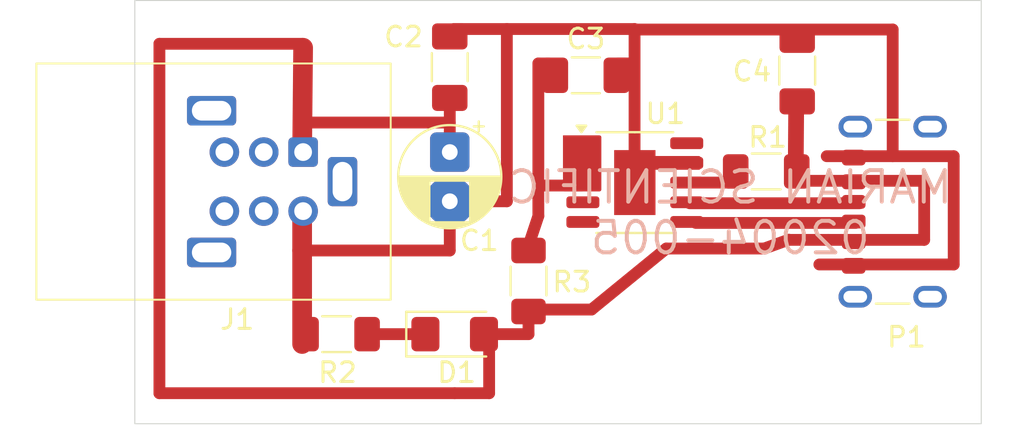
<source format=kicad_pcb>
(kicad_pcb (version 20241229) (generator "pcbnew") (generator_version "9.0")
  (layers (0 "F.Cu" signal) (2 "B.Cu" signal) (13 "F.Paste" user) (15 "B.Paste" user) (5 "F.SilkS" user "F.Silkscreen") (7 "B.SilkS" user "B.Silkscreen") (1 "F.Mask" user) (3 "B.Mask" user) (25 "Edge.Cuts" user))
  (net 0 "")
  (net 1 "Net-(D1-A)")
  (net 2 "GND")
  (net 3 "Net-(U1-VDD)")
  (net 4 "Net-(D1-K)")
  (net 13 "Net-(P1-CC)")
  (net 14 "Net-(U1-CFG1)")
  (net 15 "Net-(U1-VBUS)")
  (footprint "LED_SMD:LED_1206_3216Metric_Pad1.42x1.75mm_HandSolder" (layer "F.Cu") (at 66.75 51.25)
    (property "Reference" "D1" (at 0.1 1.95 0) (layer "F.SilkS"))
    (property "Value" "LED")
    (fp_line (start -2.46 -1.135) (end -2.46 1.135) (stroke (width 0.12)) (layer "F.SilkS"))
    (fp_line (start -2.46 1.135) (end 1.6 1.135) (stroke (width 0.12)) (layer "F.SilkS"))
    (fp_line (start 1.6 -1.135) (end -2.46 -1.135) (stroke (width 0.12)) (layer "F.SilkS"))
    (pad "1" smd roundrect (at -1.4875 0) (size 1.425 1.75) (layers "F.Cu" "F.Mask" "F.Paste") (roundrect_rratio 0.175439) (net 4 "Net-(D1-K)"))
    (pad "2" smd roundrect (at 1.4875 0) (size 1.425 1.75) (layers "F.Cu" "F.Mask" "F.Paste") (roundrect_rratio 0.175439) (net 1 "Net-(D1-A)"))
  )
  (footprint "Capacitor_SMD:C_1206_3216Metric_Pad1.33x1.80mm_HandSolder" (layer "F.Cu") (at 84.15 37.8625 90)
    (property "Reference" "C4" (at -0.0375 -2.3 180) (layer "F.SilkS"))
    (property "Value" "10uF")
    (fp_line (start -0.711252 -0.91) (end 0.711252 -0.91) (stroke (width 0.12)) (layer "F.SilkS"))
    (fp_line (start -0.711252 0.91) (end 0.711252 0.91) (stroke (width 0.12)) (layer "F.SilkS"))
    (pad "1" smd roundrect (at -1.5625 0 90) (size 1.325 1.8) (layers "F.Cu" "F.Mask" "F.Paste") (roundrect_rratio 0.188679) (net 1 "Net-(D1-A)"))
    (pad "2" smd roundrect (at 1.5625 0 90) (size 1.325 1.8) (layers "F.Cu" "F.Mask" "F.Paste") (roundrect_rratio 0.188679) (net 2 "GND"))
  )
  (footprint "Capacitor_THT:CP_Radial_D5.0mm_P2.50mm" (layer "F.Cu") (at 66.5 42 -90)
    (property "Reference" "C1" (at 4.5 -1.5 180) (layer "F.SilkS"))
    (property "Value" "22uF")
    (fp_line (start 1.49 1.04) (end 1.49 2.569) (stroke (width 0.12)) (layer "F.SilkS"))
    (fp_line (start 1.53 1.04) (end 1.53 2.565) (stroke (width 0.12)) (layer "F.SilkS"))
    (fp_line (start 1.57 1.04) (end 1.57 2.56) (stroke (width 0.12)) (layer "F.SilkS"))
    (fp_line (start 1.61 1.04) (end 1.61 2.555) (stroke (width 0.12)) (layer "F.SilkS"))
    (fp_line (start 1.65 1.04) (end 1.65 2.549) (stroke (width 0.12)) (layer "F.SilkS"))
    (fp_line (start 1.69 1.04) (end 1.69 2.543) (stroke (width 0.12)) (layer "F.SilkS"))
    (fp_line (start 1.73 1.04) (end 1.73 2.536) (stroke (width 0.12)) (layer "F.SilkS"))
    (fp_line (start 1.77 1.04) (end 1.77 2.528) (stroke (width 0.12)) (layer "F.SilkS"))
    (fp_line (start 1.81 1.04) (end 1.81 2.519) (stroke (width 0.12)) (layer "F.SilkS"))
    (fp_line (start 1.85 1.04) (end 1.85 2.51) (stroke (width 0.12)) (layer "F.SilkS"))
    (fp_line (start 1.89 1.04) (end 1.89 2.501) (stroke (width 0.12)) (layer "F.SilkS"))
    (fp_line (start 1.93 1.04) (end 1.93 2.49) (stroke (width 0.12)) (layer "F.SilkS"))
    (fp_line (start 1.97 1.04) (end 1.97 2.479) (stroke (width 0.12)) (layer "F.SilkS"))
    (fp_line (start 2.01 1.04) (end 2.01 2.467) (stroke (width 0.12)) (layer "F.SilkS"))
    (fp_line (start 2.05 1.04) (end 2.05 2.455) (stroke (width 0.12)) (layer "F.SilkS"))
    (fp_line (start 2.09 1.04) (end 2.09 2.442) (stroke (width 0.12)) (layer "F.SilkS"))
    (fp_line (start 2.13 1.04) (end 2.13 2.428) (stroke (width 0.12)) (layer "F.SilkS"))
    (fp_line (start 2.17 1.04) (end 2.17 2.413) (stroke (width 0.12)) (layer "F.SilkS"))
    (fp_line (start 2.21 1.04) (end 2.21 2.398) (stroke (width 0.12)) (layer "F.SilkS"))
    (fp_line (start 2.25 1.04) (end 2.25 2.382) (stroke (width 0.12)) (layer "F.SilkS"))
    (fp_line (start 2.29 1.04) (end 2.29 2.365) (stroke (width 0.12)) (layer "F.SilkS"))
    (fp_line (start 2.33 1.04) (end 2.33 2.347) (stroke (width 0.12)) (layer "F.SilkS"))
    (fp_line (start 2.37 1.04) (end 2.37 2.329) (stroke (width 0.12)) (layer "F.SilkS"))
    (fp_line (start 2.41 1.04) (end 2.41 2.309) (stroke (width 0.12)) (layer "F.SilkS"))
    (fp_line (start 2.45 1.04) (end 2.45 2.289) (stroke (width 0.12)) (layer "F.SilkS"))
    (fp_line (start 2.49 1.04) (end 2.49 2.268) (stroke (width 0.12)) (layer "F.SilkS"))
    (fp_line (start 2.53 1.04) (end 2.53 2.246) (stroke (width 0.12)) (layer "F.SilkS"))
    (fp_line (start 2.57 1.04) (end 2.57 2.223) (stroke (width 0.12)) (layer "F.SilkS"))
    (fp_line (start 2.61 1.04) (end 2.61 2.199) (stroke (width 0.12)) (layer "F.SilkS"))
    (fp_line (start 2.65 1.04) (end 2.65 2.175) (stroke (width 0.12)) (layer "F.SilkS"))
    (fp_line (start 2.69 1.04) (end 2.69 2.149) (stroke (width 0.12)) (layer "F.SilkS"))
    (fp_line (start 2.73 1.04) (end 2.73 2.122) (stroke (width 0.12)) (layer "F.SilkS"))
    (fp_line (start 2.77 1.04) (end 2.77 2.094) (stroke (width 0.12)) (layer "F.SilkS"))
    (fp_line (start 2.81 1.04) (end 2.81 2.065) (stroke (width 0.12)) (layer "F.SilkS"))
    (fp_line (start 2.85 1.04) (end 2.85 2.035) (stroke (width 0.12)) (layer "F.SilkS"))
    (fp_line (start 2.89 1.04) (end 2.89 2.003) (stroke (width 0.12)) (layer "F.SilkS"))
    (fp_line (start 2.93 1.04) (end 2.93 1.97) (stroke (width 0.12)) (layer "F.SilkS"))
    (fp_line (start 2.97 1.04) (end 2.97 1.936) (stroke (width 0.12)) (layer "F.SilkS"))
    (fp_line (start 3.01 1.04) (end 3.01 1.901) (stroke (width 0.12)) (layer "F.SilkS"))
    (fp_line (start 3.05 1.04) (end 3.05 1.864) (stroke (width 0.12)) (layer "F.SilkS"))
    (fp_line (start 3.09 1.04) (end 3.09 1.825) (stroke (width 0.12)) (layer "F.SilkS"))
    (fp_line (start 3.13 1.04) (end 3.13 1.785) (stroke (width 0.12)) (layer "F.SilkS"))
    (fp_line (start 3.17 1.04) (end 3.17 1.743) (stroke (width 0.12)) (layer "F.SilkS"))
    (fp_line (start 3.21 1.04) (end 3.21 1.699) (stroke (width 0.12)) (layer "F.SilkS"))
    (fp_line (start 3.25 1.04) (end 3.25 1.652) (stroke (width 0.12)) (layer "F.SilkS"))
    (fp_line (start 3.29 1.04) (end 3.29 1.604) (stroke (width 0.12)) (layer "F.SilkS"))
    (fp_line (start 3.33 1.04) (end 3.33 1.553) (stroke (width 0.12)) (layer "F.SilkS"))
    (fp_line (start 3.37 1.04) (end 3.37 1.499) (stroke (width 0.12)) (layer "F.SilkS"))
    (fp_line (start 3.41 1.04) (end 3.41 1.443) (stroke (width 0.12)) (layer "F.SilkS"))
    (fp_line (start 3.45 1.04) (end 3.45 1.383) (stroke (width 0.12)) (layer "F.SilkS"))
    (fp_line (start 3.49 1.04) (end 3.49 1.319) (stroke (width 0.12)) (layer "F.SilkS"))
    (fp_line (start 3.53 1.04) (end 3.53 1.251) (stroke (width 0.12)) (layer "F.SilkS"))
    (fp_line (start 3.85 -0.283) (end 3.85 0.283) (stroke (width 0.12)) (layer "F.SilkS"))
    (fp_line (start 3.81 -0.517) (end 3.81 0.517) (stroke (width 0.12)) (layer "F.SilkS"))
    (fp_line (start 3.77 -0.677) (end 3.77 0.677) (stroke (width 0.12)) (layer "F.SilkS"))
    (fp_line (start 3.73 -0.805) (end 3.73 0.805) (stroke (width 0.12)) (layer "F.SilkS"))
    (fp_line (start 3.69 -0.914) (end 3.69 0.914) (stroke (width 0.12)) (layer "F.SilkS"))
    (fp_line (start 3.65 -1.011) (end 3.65 1.011) (stroke (width 0.12)) (layer "F.SilkS"))
    (fp_line (start 3.61 -1.098) (end 3.61 1.098) (stroke (width 0.12)) (layer "F.SilkS"))
    (fp_line (start 3.57 -1.177) (end 3.57 1.177) (stroke (width 0.12)) (layer "F.SilkS"))
    (fp_line (start 3.53 -1.251) (end 3.53 -1.04) (stroke (width 0.12)) (layer "F.SilkS"))
    (fp_line (start 3.49 -1.319) (end 3.49 -1.04) (stroke (width 0.12)) (layer "F.SilkS"))
    (fp_line (start 3.45 -1.383) (end 3.45 -1.04) (stroke (width 0.12)) (layer "F.SilkS"))
    (fp_line (start 3.41 -1.443) (end 3.41 -1.04) (stroke (width 0.12)) (layer "F.SilkS"))
    (fp_line (start -1.554775 -1.475) (end -1.054775 -1.475) (stroke (width 0.12)) (layer "F.SilkS"))
    (fp_line (start 3.37 -1.499) (end 3.37 -1.04) (stroke (width 0.12)) (layer "F.SilkS"))
    (fp_line (start 3.33 -1.553) (end 3.33 -1.04) (stroke (width 0.12)) (layer "F.SilkS"))
    (fp_line (start 3.29 -1.604) (end 3.29 -1.04) (stroke (width 0.12)) (layer "F.SilkS"))
    (fp_line (start 3.25 -1.652) (end 3.25 -1.04) (stroke (width 0.12)) (layer "F.SilkS"))
    (fp_line (start 3.21 -1.699) (end 3.21 -1.04) (stroke (width 0.12)) (layer "F.SilkS"))
    (fp_line (start -1.304775 -1.725) (end -1.304775 -1.225) (stroke (width 0.12)) (layer "F.SilkS"))
    (fp_line (start 3.17 -1.743) (end 3.17 -1.04) (stroke (width 0.12)) (layer "F.SilkS"))
    (fp_line (start 3.13 -1.785) (end 3.13 -1.04) (stroke (width 0.12)) (layer "F.SilkS"))
    (fp_line (start 3.09 -1.825) (end 3.09 -1.04) (stroke (width 0.12)) (layer "F.SilkS"))
    (fp_line (start 3.05 -1.864) (end 3.05 -1.04) (stroke (width 0.12)) (layer "F.SilkS"))
    (fp_line (start 3.01 -1.901) (end 3.01 -1.04) (stroke (width 0.12)) (layer "F.SilkS"))
    (fp_line (start 2.97 -1.936) (end 2.97 -1.04) (stroke (width 0.12)) (layer "F.SilkS"))
    (fp_line (start 2.93 -1.97) (end 2.93 -1.04) (stroke (width 0.12)) (layer "F.SilkS"))
    (fp_line (start 2.89 -2.003) (end 2.89 -1.04) (stroke (width 0.12)) (layer "F.SilkS"))
    (fp_line (start 2.85 -2.035) (end 2.85 -1.04) (stroke (width 0.12)) (layer "F.SilkS"))
    (fp_line (start 2.81 -2.065) (end 2.81 -1.04) (stroke (width 0.12)) (layer "F.SilkS"))
    (fp_line (start 2.77 -2.094) (end 2.77 -1.04) (stroke (width 0.12)) (layer "F.SilkS"))
    (fp_line (start 2.73 -2.122) (end 2.73 -1.04) (stroke (width 0.12)) (layer "F.SilkS"))
    (fp_line (start 2.69 -2.149) (end 2.69 -1.04) (stroke (width 0.12)) (layer "F.SilkS"))
    (fp_line (start 2.65 -2.175) (end 2.65 -1.04) (stroke (width 0.12)) (layer "F.SilkS"))
    (fp_line (start 2.61 -2.199) (end 2.61 -1.04) (stroke (width 0.12)) (layer "F.SilkS"))
    (fp_line (start 2.57 -2.223) (end 2.57 -1.04) (stroke (width 0.12)) (layer "F.SilkS"))
    (fp_line (start 2.53 -2.246) (end 2.53 -1.04) (stroke (width 0.12)) (layer "F.SilkS"))
    (fp_line (start 2.49 -2.268) (end 2.49 -1.04) (stroke (width 0.12)) (layer "F.SilkS"))
    (fp_line (start 2.45 -2.289) (end 2.45 -1.04) (stroke (width 0.12)) (layer "F.SilkS"))
    (fp_line (start 2.41 -2.309) (end 2.41 -1.04) (stroke (width 0.12)) (layer "F.SilkS"))
    (fp_line (start 2.37 -2.329) (end 2.37 -1.04) (stroke (width 0.12)) (layer "F.SilkS"))
    (fp_line (start 2.33 -2.347) (end 2.33 -1.04) (stroke (width 0.12)) (layer "F.SilkS"))
    (fp_line (start 2.29 -2.365) (end 2.29 -1.04) (stroke (width 0.12)) (layer "F.SilkS"))
    (fp_line (start 2.25 -2.382) (end 2.25 -1.04) (stroke (width 0.12)) (layer "F.SilkS"))
    (fp_line (start 2.21 -2.398) (end 2.21 -1.04) (stroke (width 0.12)) (layer "F.SilkS"))
    (fp_line (start 2.17 -2.413) (end 2.17 -1.04) (stroke (width 0.12)) (layer "F.SilkS"))
    (fp_line (start 2.13 -2.428) (end 2.13 -1.04) (stroke (width 0.12)) (layer "F.SilkS"))
    (fp_line (start 2.09 -2.442) (end 2.09 -1.04) (stroke (width 0.12)) (layer "F.SilkS"))
    (fp_line (start 2.05 -2.455) (end 2.05 -1.04) (stroke (width 0.12)) (layer "F.SilkS"))
    (fp_line (start 2.01 -2.467) (end 2.01 -1.04) (stroke (width 0.12)) (layer "F.SilkS"))
    (fp_line (start 1.97 -2.479) (end 1.97 -1.04) (stroke (width 0.12)) (layer "F.SilkS"))
    (fp_line (start 1.93 -2.49) (end 1.93 -1.04) (stroke (width 0.12)) (layer "F.SilkS"))
    (fp_line (start 1.89 -2.501) (end 1.89 -1.04) (stroke (width 0.12)) (layer "F.SilkS"))
    (fp_line (start 1.85 -2.51) (end 1.85 -1.04) (stroke (width 0.12)) (layer "F.SilkS"))
    (fp_line (start 1.81 -2.519) (end 1.81 -1.04) (stroke (width 0.12)) (layer "F.SilkS"))
    (fp_line (start 1.77 -2.528) (end 1.77 -1.04) (stroke (width 0.12)) (layer "F.SilkS"))
    (fp_line (start 1.73 -2.536) (end 1.73 -1.04) (stroke (width 0.12)) (layer "F.SilkS"))
    (fp_line (start 1.69 -2.543) (end 1.69 -1.04) (stroke (width 0.12)) (layer "F.SilkS"))
    (fp_line (start 1.65 -2.549) (end 1.65 -1.04) (stroke (width 0.12)) (layer "F.SilkS"))
    (fp_line (start 1.61 -2.555) (end 1.61 -1.04) (stroke (width 0.12)) (layer "F.SilkS"))
    (fp_line (start 1.57 -2.56) (end 1.57 -1.04) (stroke (width 0.12)) (layer "F.SilkS"))
    (fp_line (start 1.53 -2.565) (end 1.53 -1.04) (stroke (width 0.12)) (layer "F.SilkS"))
    (fp_line (start 1.49 -2.569) (end 1.49 -1.04) (stroke (width 0.12)) (layer "F.SilkS"))
    (fp_line (start 1.45 -2.572) (end 1.45 2.572) (stroke (width 0.12)) (layer "F.SilkS"))
    (fp_line (start 1.41 -2.575) (end 1.41 2.575) (stroke (width 0.12)) (layer "F.SilkS"))
    (fp_line (start 1.37 -2.577) (end 1.37 2.577) (stroke (width 0.12)) (layer "F.SilkS"))
    (fp_line (start 1.33 -2.579) (end 1.33 2.579) (stroke (width 0.12)) (layer "F.SilkS"))
    (fp_line (start 1.25 -2.58) (end 1.25 2.58) (stroke (width 0.12)) (layer "F.SilkS"))
    (fp_line (start 1.29 -2.58) (end 1.29 2.58) (stroke (width 0.12)) (layer "F.SilkS"))
    (fp_circle (center 1.25 0) (end 3.87 0) (stroke (width 0.12)) (fill no) (layer "F.SilkS"))
    (pad "1" thru_hole roundrect (at 0 0 270) (size 2 2) (drill 0.8) (layers "*.Cu" "*.Mask") (roundrect_rratio 0.15625) (net 1 "Net-(D1-A)"))
    (pad "2" thru_hole circle (at 2.5 0 270) (size 2.5 2.5) (drill 0.8) (layers "*.Cu" "*.Mask") (net 2 "GND"))
  )
  (footprint "MountingHole:MountingHole_3.2mm_M3" (layer "F.Cu") (at 79.5 51.8)
    (property "Reference" "REF**" (hide yes))
    (property "Value" "MountingHole_3.2mm_M3")
    (pad "" np_thru_hole circle (at 0 0) (size 3.2 3.2) (drill 3.2) (layers "*.Cu" "*.Mask"))
  )
  (footprint "Library:IEEE1394 930" (layer "F.Cu") (at 45.5 43.5 -90)
    (property "Reference" "J1" (at 7 -10.2 0) (layer "F.SilkS"))
    (property "Value" "IEEE1394a")
    (fp_rect (start -6 -18) (end 6 0) (stroke (width 0.1)) (fill no) (layer "F.SilkS"))
    (pad "1" thru_hole roundrect (at -1.5 -13.55 270) (size 1.5 1.5) (drill 0.9) (layers "*.Cu" "*.Mask") (roundrect_rratio 0.15) (net 1 "Net-(D1-A)"))
    (pad "2" thru_hole circle (at 1.5 -13.55 270) (size 1.5 1.5) (drill 0.9) (layers "*.Cu" "*.Mask") (net 2 "GND"))
    (pad "3" thru_hole circle (at -1.5 -11.55 270) (size 1.5 1.5) (drill 0.9) (layers "*.Cu" "*.Mask"))
    (pad "4" thru_hole circle (at 1.5 -11.55 270) (size 1.5 1.5) (drill 0.9) (layers "*.Cu" "*.Mask"))
    (pad "5" thru_hole circle (at -1.5 -9.55 270) (size 1.5 1.5) (drill 0.9) (layers "*.Cu" "*.Mask"))
    (pad "6" thru_hole circle (at 1.5 -9.55 270) (size 1.5 1.5) (drill 0.9) (layers "*.Cu" "*.Mask"))
    (pad "7" thru_hole roundrect (at 0 -15.55 270) (size 2.5 1.5) (drill oval 2 1) (layers "*.Cu" "*.Mask") (roundrect_rratio 0.15))
    (pad "8" thru_hole roundrect (at -3.6 -8.9 270) (size 1.5 2.5) (drill oval 1 2) (layers "*.Cu" "*.Mask") (roundrect_rratio 0.15))
    (pad "9" thru_hole roundrect (at 3.6 -8.9 270) (size 1.5 2.5) (drill oval 1 2) (layers "*.Cu" "*.Mask") (roundrect_rratio 0.15))
  )
  (footprint "Connector_USB:USB_C_Receptacle_GCT_USB4125-xx-x_6P_TopMnt_Horizontal" (layer "F.Cu") (at 90.1 45.03 90)
    (property "Reference" "P1" (at -6.37 -0.4 0) (layer "F.SilkS"))
    (property "Value" "USB_C_Plug_USB2.0")
    (fp_line (start 4.67 -0.25) (end 4.67 -1.95) (stroke (width 0.12)) (layer "F.SilkS"))
    (fp_line (start -4.67 -0.25) (end -4.67 -1.95) (stroke (width 0.12)) (layer "F.SilkS"))
    (pad "A5" smd roundrect (at -0.5 -3.08 90) (size 0.7 1.2) (layers "F.Cu" "F.Mask" "F.Paste") (net 13 "Net-(P1-CC)"))
    (pad "A9" smd roundrect (at 1.52 -3.08 270) (size 0.76 1.2) (layers "F.Cu" "F.Mask" "F.Paste") (net 1 "Net-(D1-A)"))
    (pad "A12" smd roundrect (at 2.75 -3.08 270) (size 0.8 1.2) (layers "F.Cu" "F.Mask" "F.Paste") (net 2 "GND"))
    (pad "B5" smd roundrect (at 0.5 -3.08 270) (size 0.7 1.2) (layers "F.Cu" "F.Mask" "F.Paste"))
    (pad "B9" smd roundrect (at -1.52 -3.08 90) (size 0.76 1.2) (layers "F.Cu" "F.Mask" "F.Paste") (net 1 "Net-(D1-A)"))
    (pad "B12" smd roundrect (at -2.75 -3.08 90) (size 0.8 1.2) (layers "F.Cu" "F.Mask" "F.Paste") (net 2 "GND"))
    (pad "S1" thru_hole oval (at -4.32 -3 90) (size 1.1 1.7) (drill oval 0.6 1.2) (property pad_prop_heatsink) (layers "*.Cu" "*.Mask" "F.Paste"))
    (pad "S1" thru_hole oval (at -4.32 0.8 90) (size 1.1 1.7) (drill oval 0.6 1.2) (property pad_prop_heatsink) (layers "*.Cu" "*.Mask" "F.Paste"))
    (pad "S1" thru_hole oval (at 4.32 -3 90) (size 1.1 1.7) (drill oval 0.6 1.2) (property pad_prop_heatsink) (layers "*.Cu" "*.Mask" "F.Paste"))
    (pad "S1" thru_hole oval (at 4.32 0.8 90) (size 1.1 1.7) (drill oval 0.6 1.2) (property pad_prop_heatsink) (layers "*.Cu" "*.Mask" "F.Paste"))
  )
  (footprint "Package_SO:SSOP-10-1EP_3.9x4.9mm_P1mm_EP2.1x3.3mm" (layer "F.Cu") (at 75.9 43.55)
    (property "Reference" "U1" (at 1.55 -3.5 0) (layer "F.SilkS"))
    (property "Value" "CH224K")
    (fp_line (start 0 -2.56) (end -1.95 -2.56) (stroke (width 0.12)) (layer "F.SilkS"))
    (fp_line (start 0 -2.56) (end 1.95 -2.56) (stroke (width 0.12)) (layer "F.SilkS"))
    (fp_line (start 0 2.56) (end -1.95 2.56) (stroke (width 0.12)) (layer "F.SilkS"))
    (fp_line (start 0 2.56) (end 1.95 2.56) (stroke (width 0.12)) (layer "F.SilkS"))
    (fp_poly (pts (xy -2.7125 -2.56) (xy -2.9525 -2.89) (xy -2.4725 -2.89)) (stroke (width 0.12)) (fill yes) (layer "F.SilkS"))
    (pad "1" smd roundrect (at -2.6375 -2) (size 1.675 0.6) (layers "F.Cu" "F.Mask" "F.Paste") (net 3 "Net-(U1-VDD)"))
    (pad "2" smd roundrect (at -2.6375 -1) (size 1.675 0.6) (layers "F.Cu" "F.Mask" "F.Paste"))
    (pad "3" smd roundrect (at -2.6375 0) (size 1.675 0.6) (layers "F.Cu" "F.Mask" "F.Paste"))
    (pad "4" smd roundrect (at -2.6375 1) (size 1.675 0.6) (layers "F.Cu" "F.Mask" "F.Paste"))
    (pad "5" smd roundrect (at -2.6375 2) (size 1.675 0.6) (layers "F.Cu" "F.Mask" "F.Paste"))
    (pad "6" smd roundrect (at 2.6375 2) (size 1.675 0.6) (layers "F.Cu" "F.Mask" "F.Paste") (net 13 "Net-(P1-CC)"))
    (pad "7" smd roundrect (at 2.6375 1) (size 1.675 0.6) (layers "F.Cu" "F.Mask" "F.Paste") (net 13 "Net-(P1-CC)"))
    (pad "8" smd roundrect (at 2.6375 0) (size 1.675 0.6) (layers "F.Cu" "F.Mask" "F.Paste") (net 15 "Net-(U1-VBUS)"))
    (pad "9" smd roundrect (at 2.6375 -1) (size 1.675 0.6) (layers "F.Cu" "F.Mask" "F.Paste") (net 14 "Net-(U1-CFG1)"))
    (pad "10" smd roundrect (at 2.6375 -2) (size 1.675 0.6) (layers "F.Cu" "F.Mask" "F.Paste"))
    (pad "11" smd rect (at 0 0) (size 2.1 3.3) (property pad_prop_heatsink) (layers "F.Cu" "F.Mask") (net 2 "GND"))
  )
  (footprint "Capacitor_SMD:C_1206_3216Metric_Pad1.33x1.80mm_HandSolder" (layer "F.Cu") (at 66.5 37.6875 90)
    (property "Reference" "C2" (at 1.5375 -2.35 180) (layer "F.SilkS"))
    (property "Value" "0.1uF")
    (fp_line (start -0.711252 -0.91) (end 0.711252 -0.91) (stroke (width 0.12)) (layer "F.SilkS"))
    (fp_line (start -0.711252 0.91) (end 0.711252 0.91) (stroke (width 0.12)) (layer "F.SilkS"))
    (pad "1" smd roundrect (at -1.5625 0 90) (size 1.325 1.8) (layers "F.Cu" "F.Mask" "F.Paste") (roundrect_rratio 0.188679) (net 1 "Net-(D1-A)"))
    (pad "2" smd roundrect (at 1.5625 0 90) (size 1.325 1.8) (layers "F.Cu" "F.Mask" "F.Paste") (roundrect_rratio 0.188679) (net 2 "GND"))
  )
  (footprint "Resistor_SMD:R_1206_3216Metric_Pad1.30x1.75mm_HandSolder" (layer "F.Cu") (at 82.575 42.985)
    (property "Reference" "R1" (at 0.075 -1.735 0) (layer "F.SilkS"))
    (property "Value" "10K")
    (fp_line (start -0.727064 -0.91) (end 0.727064 -0.91) (stroke (width 0.12)) (layer "F.SilkS"))
    (fp_line (start -0.727064 0.91) (end 0.727064 0.91) (stroke (width 0.12)) (layer "F.SilkS"))
    (pad "1" smd roundrect (at -1.55 0) (size 1.3 1.75) (layers "F.Cu" "F.Mask" "F.Paste") (roundrect_rratio 0.192308) (net 15 "Net-(U1-VBUS)"))
    (pad "2" smd roundrect (at 1.55 0) (size 1.3 1.75) (layers "F.Cu" "F.Mask" "F.Paste") (roundrect_rratio 0.192308) (net 1 "Net-(D1-A)"))
  )
  (footprint "Capacitor_SMD:C_1206_3216Metric_Pad1.33x1.80mm_HandSolder" (layer "F.Cu") (at 73.4125 38.1)
    (property "Reference" "C3" (at 0 -1.85 0) (layer "F.SilkS"))
    (property "Value" "1uF")
    (fp_line (start -0.711252 -0.91) (end 0.711252 -0.91) (stroke (width 0.12)) (layer "F.SilkS"))
    (fp_line (start -0.711252 0.91) (end 0.711252 0.91) (stroke (width 0.12)) (layer "F.SilkS"))
    (pad "1" smd roundrect (at -1.5625 0) (size 1.325 1.8) (layers "F.Cu" "F.Mask" "F.Paste") (roundrect_rratio 0.188679) (net 3 "Net-(U1-VDD)"))
    (pad "2" smd roundrect (at 1.5625 0) (size 1.325 1.8) (layers "F.Cu" "F.Mask" "F.Paste") (roundrect_rratio 0.188679) (net 2 "GND"))
  )
  (footprint "Resistor_SMD:R_1206_3216Metric_Pad1.30x1.75mm_HandSolder" (layer "F.Cu") (at 70.5 48.55 -90)
    (property "Reference" "R3" (at 0.05 -2.2 180) (layer "F.SilkS"))
    (property "Value" "1K")
    (fp_line (start -0.727064 0.91) (end 0.727064 0.91) (stroke (width 0.12)) (layer "F.SilkS"))
    (fp_line (start -0.727064 -0.91) (end 0.727064 -0.91) (stroke (width 0.12)) (layer "F.SilkS"))
    (pad "1" smd roundrect (at -1.55 0 270) (size 1.3 1.75) (layers "F.Cu" "F.Mask" "F.Paste") (roundrect_rratio 0.192308) (net 3 "Net-(U1-VDD)"))
    (pad "2" smd roundrect (at 1.55 0 270) (size 1.3 1.75) (layers "F.Cu" "F.Mask" "F.Paste") (roundrect_rratio 0.192308) (net 1 "Net-(D1-A)"))
  )
  (footprint "Resistor_SMD:R_1206_3216Metric_Pad1.30x1.75mm_HandSolder" (layer "F.Cu") (at 60.75 51.25)
    (property "Reference" "R2" (at 0.05 1.95 0) (layer "F.SilkS"))
    (property "Value" "2K")
    (fp_line (start -0.727064 -0.91) (end 0.727064 -0.91) (stroke (width 0.12)) (layer "F.SilkS"))
    (fp_line (start -0.727064 0.91) (end 0.727064 0.91) (stroke (width 0.12)) (layer "F.SilkS"))
    (pad "1" smd roundrect (at -1.55 0) (size 1.3 1.75) (layers "F.Cu" "F.Mask" "F.Paste") (roundrect_rratio 0.192308) (net 2 "GND"))
    (pad "2" smd roundrect (at 1.55 0) (size 1.3 1.75) (layers "F.Cu" "F.Mask" "F.Paste") (roundrect_rratio 0.192308) (net 4 "Net-(D1-K)"))
  )
  (gr_line (start 79 45.6) (end 87.125 45.6) (stroke (width 0.6)) (layer "F.Cu") (net 13))
  (gr_line (start 51.75 36.5) (end 51.75 54.25) (stroke (width 0.6)) (layer "F.Cu") (net 1))
  (gr_line (start 59 36.5) (end 51.75 36.5) (stroke (width 0.6)) (layer "F.Cu") (net 1))
  (gr_line (start 66.5 47) (end 59 47) (stroke (width 0.6)) (layer "F.Cu") (net 2))
  (gr_rect (start 72.35 41.25) (end 74.1 43.9) (stroke (width 0.2)) (fill yes) (layer "F.Cu"))
  (gr_line (start 69.4 35.75) (end 66.7 35.75) (stroke (width 0.6)) (layer "F.Cu"))
  (gr_line (start 78.6 43.55) (end 81.1 43.55) (stroke (width 0.6)) (layer "F.Cu") (net 15))
  (gr_line (start 66.5 44.5) (end 69.4 44.5) (stroke (width 0.6)) (layer "F.Cu") (net 2))
  (gr_line (start 59 47) (end 59 51.75) (stroke (width 1)) (layer "F.Cu") (net 2))
  (gr_line (start 68.5 51.25) (end 70.5 51.25) (stroke (width 0.6)) (layer "F.Cu") (net 1))
  (gr_line (start 92.1 47.71) (end 85.275 47.71) (stroke (width 0.6)) (layer "F.Cu") (net 2))
  (gr_line (start 66.75 54.25) (end 68.5 54.25) (stroke (width 0.6)) (layer "F.Cu") (net 1))
  (gr_line (start 75.8875 35.75) (end 69.4 35.75) (stroke (width 0.6)) (layer "F.Cu"))
  (gr_line (start 59 40.5) (end 66.5 40.5) (stroke (width 0.6)) (layer "F.Cu") (net 1))
  (gr_line (start 62.5 51.25) (end 65 51.25) (stroke (width 0.6)) (layer "F.Cu") (net 4))
  (gr_line (start 70.5 51.25) (end 70.5 50) (stroke (width 0.6)) (layer "F.Cu") (net 1))
  (gr_line (start 51.75 54.25) (end 66.75 54.25) (stroke (width 0.6)) (layer "F.Cu") (net 1))
  (gr_line (start 75.75 35.775) (end 89 35.775) (stroke (width 0.6)) (layer "F.Cu"))
  (gr_line (start 85.65 42.21) (end 92.1 42.21) (stroke (width 0.6)) (layer "F.Cu") (net 2))
  (gr_line (start 59 42) (end 59.05 36.7) (stroke (width 1)) (layer "F.Cu") (net 1))
  (gr_line (start 66.5 42) (end 66.5 39.25) (stroke (width 0.6)) (layer "F.Cu") (net 1))
  (gr_line (start 78.6875 44.6) (end 87.3125 44.6) (stroke (width 0.6)) (layer "F.Cu") (net 13))
  (gr_line (start 75.075 37.5) (end 75.725 37.5) (stroke (width 0.6)) (layer "F.Cu"))
  (gr_line (start 90.6 43.46) (end 90.6 46.46) (stroke (width 0.6)) (layer "F.Cu") (net 1))
  (gr_line (start 87.1 43.46) (end 90.6 43.46) (stroke (width 0.6)) (layer "F.Cu") (net 1))
  (gr_rect (start 76.4 42.3) (end 79.15 42.8) (stroke (width 0.2)) (fill yes) (layer "F.Cu"))
  (gr_line (start 83.975 43.46) (end 87.1 43.46) (stroke (width 0.6)) (layer "F.Cu") (net 1))
  (gr_line (start 75.8875 44.875) (end 75.8875 35.75) (stroke (width 0.6)) (layer "F.Cu"))
  (gr_line (start 71 45.25) (end 71 37.5) (stroke (width 0.6)) (layer "F.Cu") (net 3))
  (gr_line (start 59 47) (end 59 45) (stroke (width 1)) (layer "F.Cu") (net 2))
  (gr_line (start 77.5 46.9) (end 82.475 46.9) (stroke (width 0.6)) (layer "F.Cu") (net 1))
  (gr_line (start 70.5 46.75) (end 71 45.25) (stroke (width 0.6)) (layer "F.Cu") (net 3))
  (gr_line (start 90.6 46.46) (end 85.725 46.46) (stroke (width 0.6)) (layer "F.Cu") (net 1))
  (gr_line (start 84.1 39.5) (end 84.075 42.835) (stroke (width 0.8)) (layer "F.Cu") (net 1))
  (gr_line (start 70.5 50) (end 73.7 50) (stroke (width 0.6)) (layer "F.Cu") (net 1))
  (gr_line (start 71.5 37.5) (end 71 37.5) (stroke (width 0.6)) (layer "F.Cu"))
  (gr_line (start 89 35.775) (end 89 42.21) (stroke (width 0.6)) (layer "F.Cu"))
  (gr_line (start 73.7 50) (end 77.5 46.9) (stroke (width 0.6)) (layer "F.Cu") (net 1))
  (gr_line (start 66.5 44.875) (end 66.5 47) (stroke (width 0.6)) (layer "F.Cu") (net 2))
  (gr_line (start 92.1 42.21) (end 92.1 47.71) (stroke (width 0.6)) (layer "F.Cu") (net 2))
  (gr_line (start 68.5 54.25) (end 68.5 51.25) (stroke (width 0.6)) (layer "F.Cu") (net 1))
  (gr_line (start 82.475 46.9) (end 83.725 46.45) (stroke (width 0.6)) (layer "F.Cu") (net 1))
  (gr_line (start 71.0375 43.7) (end 73.1625 43.7) (stroke (width 0.6)) (layer "F.Cu"))
  (gr_line (start 69.4 35.8) (end 69.4 44.5) (stroke (width 0.6)) (layer "F.Cu") (net 2))
  (gr_rect (start 50.5 34.3) (end 93.5 55.8) (stroke (width 0.05)) (fill no) (layer "Edge.Cuts"))
  (gr_text "MARIAN SCIENTIFIC\n02004-005" (at 80.75 47.3 0) (layer "B.SilkS") (effects (font (size 1.6 1.6) (thickness 0.2) (bold yes)) (justify bottom mirror)))
  (segment (start 83.725 46.46) (end 85.725 46.46) (width 0.6) (layer "F.Cu") (net 1))
)
</source>
